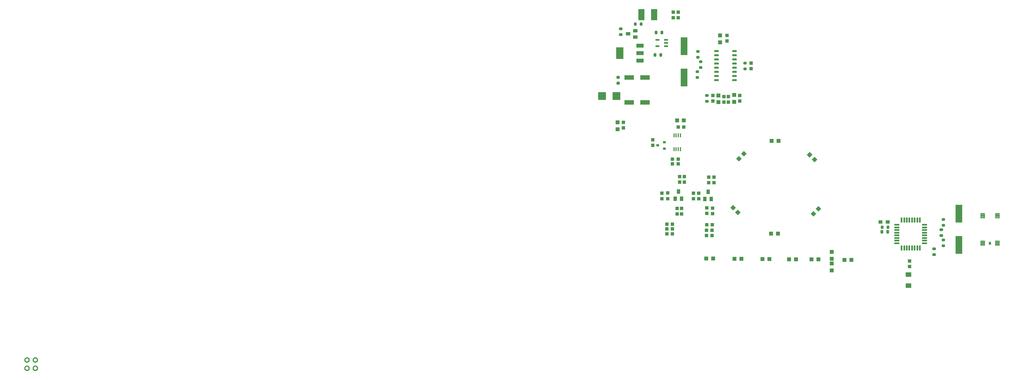
<source format=gbr>
G04 EAGLE Gerber RS-274X export*
G75*
%MOMM*%
%FSLAX34Y34*%
%LPD*%
%INSolderpaste Top*%
%IPPOS*%
%AMOC8*
5,1,8,0,0,1.08239X$1,22.5*%
G01*
%ADD10C,0.304800*%
%ADD11C,0.718719*%
%ADD12R,3.000000X1.400000*%
%ADD13R,1.200000X1.200000*%
%ADD14R,2.400000X2.400000*%
%ADD15R,2.235200X1.219200*%
%ADD16R,2.200000X3.600000*%
%ADD17R,1.900000X3.400000*%
%ADD18R,0.889000X0.787400*%
%ADD19R,0.300000X1.200000*%
%ADD20C,0.210000*%
%ADD21R,0.762000X0.889000*%
%ADD22R,1.800000X1.400000*%
%ADD23R,1.200000X1.000000*%
%ADD24C,0.155000*%
%ADD25R,1.100000X1.000000*%
%ADD26R,1.400000X1.000000*%
%ADD27R,2.000000X5.500000*%
%ADD28R,1.000000X1.100000*%
%ADD29R,1.000000X1.400000*%
%ADD30R,1.200000X0.550000*%
%ADD31R,1.200000X1.200000*%
%ADD32R,1.500000X0.600000*%
%ADD33R,0.600000X1.500000*%


D10*
X176276Y424180D02*
X176278Y424342D01*
X176284Y424504D01*
X176294Y424666D01*
X176308Y424827D01*
X176326Y424988D01*
X176347Y425149D01*
X176373Y425309D01*
X176403Y425468D01*
X176436Y425627D01*
X176474Y425785D01*
X176515Y425941D01*
X176560Y426097D01*
X176609Y426252D01*
X176662Y426405D01*
X176719Y426557D01*
X176779Y426707D01*
X176843Y426856D01*
X176910Y427004D01*
X176981Y427149D01*
X177056Y427293D01*
X177134Y427435D01*
X177216Y427575D01*
X177301Y427713D01*
X177389Y427849D01*
X177481Y427983D01*
X177576Y428114D01*
X177674Y428243D01*
X177775Y428370D01*
X177879Y428494D01*
X177987Y428615D01*
X178097Y428734D01*
X178210Y428850D01*
X178326Y428963D01*
X178445Y429073D01*
X178566Y429181D01*
X178690Y429285D01*
X178817Y429386D01*
X178946Y429484D01*
X179077Y429579D01*
X179211Y429671D01*
X179347Y429759D01*
X179485Y429844D01*
X179625Y429926D01*
X179767Y430004D01*
X179911Y430079D01*
X180056Y430150D01*
X180204Y430217D01*
X180353Y430281D01*
X180503Y430341D01*
X180655Y430398D01*
X180808Y430451D01*
X180963Y430500D01*
X181119Y430545D01*
X181275Y430586D01*
X181433Y430624D01*
X181592Y430657D01*
X181751Y430687D01*
X181911Y430713D01*
X182072Y430734D01*
X182233Y430752D01*
X182394Y430766D01*
X182556Y430776D01*
X182718Y430782D01*
X182880Y430784D01*
X183042Y430782D01*
X183204Y430776D01*
X183366Y430766D01*
X183527Y430752D01*
X183688Y430734D01*
X183849Y430713D01*
X184009Y430687D01*
X184168Y430657D01*
X184327Y430624D01*
X184485Y430586D01*
X184641Y430545D01*
X184797Y430500D01*
X184952Y430451D01*
X185105Y430398D01*
X185257Y430341D01*
X185407Y430281D01*
X185556Y430217D01*
X185704Y430150D01*
X185849Y430079D01*
X185993Y430004D01*
X186135Y429926D01*
X186275Y429844D01*
X186413Y429759D01*
X186549Y429671D01*
X186683Y429579D01*
X186814Y429484D01*
X186943Y429386D01*
X187070Y429285D01*
X187194Y429181D01*
X187315Y429073D01*
X187434Y428963D01*
X187550Y428850D01*
X187663Y428734D01*
X187773Y428615D01*
X187881Y428494D01*
X187985Y428370D01*
X188086Y428243D01*
X188184Y428114D01*
X188279Y427983D01*
X188371Y427849D01*
X188459Y427713D01*
X188544Y427575D01*
X188626Y427435D01*
X188704Y427293D01*
X188779Y427149D01*
X188850Y427004D01*
X188917Y426856D01*
X188981Y426707D01*
X189041Y426557D01*
X189098Y426405D01*
X189151Y426252D01*
X189200Y426097D01*
X189245Y425941D01*
X189286Y425785D01*
X189324Y425627D01*
X189357Y425468D01*
X189387Y425309D01*
X189413Y425149D01*
X189434Y424988D01*
X189452Y424827D01*
X189466Y424666D01*
X189476Y424504D01*
X189482Y424342D01*
X189484Y424180D01*
X189482Y424018D01*
X189476Y423856D01*
X189466Y423694D01*
X189452Y423533D01*
X189434Y423372D01*
X189413Y423211D01*
X189387Y423051D01*
X189357Y422892D01*
X189324Y422733D01*
X189286Y422575D01*
X189245Y422419D01*
X189200Y422263D01*
X189151Y422108D01*
X189098Y421955D01*
X189041Y421803D01*
X188981Y421653D01*
X188917Y421504D01*
X188850Y421356D01*
X188779Y421211D01*
X188704Y421067D01*
X188626Y420925D01*
X188544Y420785D01*
X188459Y420647D01*
X188371Y420511D01*
X188279Y420377D01*
X188184Y420246D01*
X188086Y420117D01*
X187985Y419990D01*
X187881Y419866D01*
X187773Y419745D01*
X187663Y419626D01*
X187550Y419510D01*
X187434Y419397D01*
X187315Y419287D01*
X187194Y419179D01*
X187070Y419075D01*
X186943Y418974D01*
X186814Y418876D01*
X186683Y418781D01*
X186549Y418689D01*
X186413Y418601D01*
X186275Y418516D01*
X186135Y418434D01*
X185993Y418356D01*
X185849Y418281D01*
X185704Y418210D01*
X185556Y418143D01*
X185407Y418079D01*
X185257Y418019D01*
X185105Y417962D01*
X184952Y417909D01*
X184797Y417860D01*
X184641Y417815D01*
X184485Y417774D01*
X184327Y417736D01*
X184168Y417703D01*
X184009Y417673D01*
X183849Y417647D01*
X183688Y417626D01*
X183527Y417608D01*
X183366Y417594D01*
X183204Y417584D01*
X183042Y417578D01*
X182880Y417576D01*
X182718Y417578D01*
X182556Y417584D01*
X182394Y417594D01*
X182233Y417608D01*
X182072Y417626D01*
X181911Y417647D01*
X181751Y417673D01*
X181592Y417703D01*
X181433Y417736D01*
X181275Y417774D01*
X181119Y417815D01*
X180963Y417860D01*
X180808Y417909D01*
X180655Y417962D01*
X180503Y418019D01*
X180353Y418079D01*
X180204Y418143D01*
X180056Y418210D01*
X179911Y418281D01*
X179767Y418356D01*
X179625Y418434D01*
X179485Y418516D01*
X179347Y418601D01*
X179211Y418689D01*
X179077Y418781D01*
X178946Y418876D01*
X178817Y418974D01*
X178690Y419075D01*
X178566Y419179D01*
X178445Y419287D01*
X178326Y419397D01*
X178210Y419510D01*
X178097Y419626D01*
X177987Y419745D01*
X177879Y419866D01*
X177775Y419990D01*
X177674Y420117D01*
X177576Y420246D01*
X177481Y420377D01*
X177389Y420511D01*
X177301Y420647D01*
X177216Y420785D01*
X177134Y420925D01*
X177056Y421067D01*
X176981Y421211D01*
X176910Y421356D01*
X176843Y421504D01*
X176779Y421653D01*
X176719Y421803D01*
X176662Y421955D01*
X176609Y422108D01*
X176560Y422263D01*
X176515Y422419D01*
X176474Y422575D01*
X176436Y422733D01*
X176403Y422892D01*
X176373Y423051D01*
X176347Y423211D01*
X176326Y423372D01*
X176308Y423533D01*
X176294Y423694D01*
X176284Y423856D01*
X176278Y424018D01*
X176276Y424180D01*
X201676Y424180D02*
X201678Y424342D01*
X201684Y424504D01*
X201694Y424666D01*
X201708Y424827D01*
X201726Y424988D01*
X201747Y425149D01*
X201773Y425309D01*
X201803Y425468D01*
X201836Y425627D01*
X201874Y425785D01*
X201915Y425941D01*
X201960Y426097D01*
X202009Y426252D01*
X202062Y426405D01*
X202119Y426557D01*
X202179Y426707D01*
X202243Y426856D01*
X202310Y427004D01*
X202381Y427149D01*
X202456Y427293D01*
X202534Y427435D01*
X202616Y427575D01*
X202701Y427713D01*
X202789Y427849D01*
X202881Y427983D01*
X202976Y428114D01*
X203074Y428243D01*
X203175Y428370D01*
X203279Y428494D01*
X203387Y428615D01*
X203497Y428734D01*
X203610Y428850D01*
X203726Y428963D01*
X203845Y429073D01*
X203966Y429181D01*
X204090Y429285D01*
X204217Y429386D01*
X204346Y429484D01*
X204477Y429579D01*
X204611Y429671D01*
X204747Y429759D01*
X204885Y429844D01*
X205025Y429926D01*
X205167Y430004D01*
X205311Y430079D01*
X205456Y430150D01*
X205604Y430217D01*
X205753Y430281D01*
X205903Y430341D01*
X206055Y430398D01*
X206208Y430451D01*
X206363Y430500D01*
X206519Y430545D01*
X206675Y430586D01*
X206833Y430624D01*
X206992Y430657D01*
X207151Y430687D01*
X207311Y430713D01*
X207472Y430734D01*
X207633Y430752D01*
X207794Y430766D01*
X207956Y430776D01*
X208118Y430782D01*
X208280Y430784D01*
X208442Y430782D01*
X208604Y430776D01*
X208766Y430766D01*
X208927Y430752D01*
X209088Y430734D01*
X209249Y430713D01*
X209409Y430687D01*
X209568Y430657D01*
X209727Y430624D01*
X209885Y430586D01*
X210041Y430545D01*
X210197Y430500D01*
X210352Y430451D01*
X210505Y430398D01*
X210657Y430341D01*
X210807Y430281D01*
X210956Y430217D01*
X211104Y430150D01*
X211249Y430079D01*
X211393Y430004D01*
X211535Y429926D01*
X211675Y429844D01*
X211813Y429759D01*
X211949Y429671D01*
X212083Y429579D01*
X212214Y429484D01*
X212343Y429386D01*
X212470Y429285D01*
X212594Y429181D01*
X212715Y429073D01*
X212834Y428963D01*
X212950Y428850D01*
X213063Y428734D01*
X213173Y428615D01*
X213281Y428494D01*
X213385Y428370D01*
X213486Y428243D01*
X213584Y428114D01*
X213679Y427983D01*
X213771Y427849D01*
X213859Y427713D01*
X213944Y427575D01*
X214026Y427435D01*
X214104Y427293D01*
X214179Y427149D01*
X214250Y427004D01*
X214317Y426856D01*
X214381Y426707D01*
X214441Y426557D01*
X214498Y426405D01*
X214551Y426252D01*
X214600Y426097D01*
X214645Y425941D01*
X214686Y425785D01*
X214724Y425627D01*
X214757Y425468D01*
X214787Y425309D01*
X214813Y425149D01*
X214834Y424988D01*
X214852Y424827D01*
X214866Y424666D01*
X214876Y424504D01*
X214882Y424342D01*
X214884Y424180D01*
X214882Y424018D01*
X214876Y423856D01*
X214866Y423694D01*
X214852Y423533D01*
X214834Y423372D01*
X214813Y423211D01*
X214787Y423051D01*
X214757Y422892D01*
X214724Y422733D01*
X214686Y422575D01*
X214645Y422419D01*
X214600Y422263D01*
X214551Y422108D01*
X214498Y421955D01*
X214441Y421803D01*
X214381Y421653D01*
X214317Y421504D01*
X214250Y421356D01*
X214179Y421211D01*
X214104Y421067D01*
X214026Y420925D01*
X213944Y420785D01*
X213859Y420647D01*
X213771Y420511D01*
X213679Y420377D01*
X213584Y420246D01*
X213486Y420117D01*
X213385Y419990D01*
X213281Y419866D01*
X213173Y419745D01*
X213063Y419626D01*
X212950Y419510D01*
X212834Y419397D01*
X212715Y419287D01*
X212594Y419179D01*
X212470Y419075D01*
X212343Y418974D01*
X212214Y418876D01*
X212083Y418781D01*
X211949Y418689D01*
X211813Y418601D01*
X211675Y418516D01*
X211535Y418434D01*
X211393Y418356D01*
X211249Y418281D01*
X211104Y418210D01*
X210956Y418143D01*
X210807Y418079D01*
X210657Y418019D01*
X210505Y417962D01*
X210352Y417909D01*
X210197Y417860D01*
X210041Y417815D01*
X209885Y417774D01*
X209727Y417736D01*
X209568Y417703D01*
X209409Y417673D01*
X209249Y417647D01*
X209088Y417626D01*
X208927Y417608D01*
X208766Y417594D01*
X208604Y417584D01*
X208442Y417578D01*
X208280Y417576D01*
X208118Y417578D01*
X207956Y417584D01*
X207794Y417594D01*
X207633Y417608D01*
X207472Y417626D01*
X207311Y417647D01*
X207151Y417673D01*
X206992Y417703D01*
X206833Y417736D01*
X206675Y417774D01*
X206519Y417815D01*
X206363Y417860D01*
X206208Y417909D01*
X206055Y417962D01*
X205903Y418019D01*
X205753Y418079D01*
X205604Y418143D01*
X205456Y418210D01*
X205311Y418281D01*
X205167Y418356D01*
X205025Y418434D01*
X204885Y418516D01*
X204747Y418601D01*
X204611Y418689D01*
X204477Y418781D01*
X204346Y418876D01*
X204217Y418974D01*
X204090Y419075D01*
X203966Y419179D01*
X203845Y419287D01*
X203726Y419397D01*
X203610Y419510D01*
X203497Y419626D01*
X203387Y419745D01*
X203279Y419866D01*
X203175Y419990D01*
X203074Y420117D01*
X202976Y420246D01*
X202881Y420377D01*
X202789Y420511D01*
X202701Y420647D01*
X202616Y420785D01*
X202534Y420925D01*
X202456Y421067D01*
X202381Y421211D01*
X202310Y421356D01*
X202243Y421504D01*
X202179Y421653D01*
X202119Y421803D01*
X202062Y421955D01*
X202009Y422108D01*
X201960Y422263D01*
X201915Y422419D01*
X201874Y422575D01*
X201836Y422733D01*
X201803Y422892D01*
X201773Y423051D01*
X201747Y423211D01*
X201726Y423372D01*
X201708Y423533D01*
X201694Y423694D01*
X201684Y423856D01*
X201678Y424018D01*
X201676Y424180D01*
X201676Y398780D02*
X201678Y398942D01*
X201684Y399104D01*
X201694Y399266D01*
X201708Y399427D01*
X201726Y399588D01*
X201747Y399749D01*
X201773Y399909D01*
X201803Y400068D01*
X201836Y400227D01*
X201874Y400385D01*
X201915Y400541D01*
X201960Y400697D01*
X202009Y400852D01*
X202062Y401005D01*
X202119Y401157D01*
X202179Y401307D01*
X202243Y401456D01*
X202310Y401604D01*
X202381Y401749D01*
X202456Y401893D01*
X202534Y402035D01*
X202616Y402175D01*
X202701Y402313D01*
X202789Y402449D01*
X202881Y402583D01*
X202976Y402714D01*
X203074Y402843D01*
X203175Y402970D01*
X203279Y403094D01*
X203387Y403215D01*
X203497Y403334D01*
X203610Y403450D01*
X203726Y403563D01*
X203845Y403673D01*
X203966Y403781D01*
X204090Y403885D01*
X204217Y403986D01*
X204346Y404084D01*
X204477Y404179D01*
X204611Y404271D01*
X204747Y404359D01*
X204885Y404444D01*
X205025Y404526D01*
X205167Y404604D01*
X205311Y404679D01*
X205456Y404750D01*
X205604Y404817D01*
X205753Y404881D01*
X205903Y404941D01*
X206055Y404998D01*
X206208Y405051D01*
X206363Y405100D01*
X206519Y405145D01*
X206675Y405186D01*
X206833Y405224D01*
X206992Y405257D01*
X207151Y405287D01*
X207311Y405313D01*
X207472Y405334D01*
X207633Y405352D01*
X207794Y405366D01*
X207956Y405376D01*
X208118Y405382D01*
X208280Y405384D01*
X208442Y405382D01*
X208604Y405376D01*
X208766Y405366D01*
X208927Y405352D01*
X209088Y405334D01*
X209249Y405313D01*
X209409Y405287D01*
X209568Y405257D01*
X209727Y405224D01*
X209885Y405186D01*
X210041Y405145D01*
X210197Y405100D01*
X210352Y405051D01*
X210505Y404998D01*
X210657Y404941D01*
X210807Y404881D01*
X210956Y404817D01*
X211104Y404750D01*
X211249Y404679D01*
X211393Y404604D01*
X211535Y404526D01*
X211675Y404444D01*
X211813Y404359D01*
X211949Y404271D01*
X212083Y404179D01*
X212214Y404084D01*
X212343Y403986D01*
X212470Y403885D01*
X212594Y403781D01*
X212715Y403673D01*
X212834Y403563D01*
X212950Y403450D01*
X213063Y403334D01*
X213173Y403215D01*
X213281Y403094D01*
X213385Y402970D01*
X213486Y402843D01*
X213584Y402714D01*
X213679Y402583D01*
X213771Y402449D01*
X213859Y402313D01*
X213944Y402175D01*
X214026Y402035D01*
X214104Y401893D01*
X214179Y401749D01*
X214250Y401604D01*
X214317Y401456D01*
X214381Y401307D01*
X214441Y401157D01*
X214498Y401005D01*
X214551Y400852D01*
X214600Y400697D01*
X214645Y400541D01*
X214686Y400385D01*
X214724Y400227D01*
X214757Y400068D01*
X214787Y399909D01*
X214813Y399749D01*
X214834Y399588D01*
X214852Y399427D01*
X214866Y399266D01*
X214876Y399104D01*
X214882Y398942D01*
X214884Y398780D01*
X214882Y398618D01*
X214876Y398456D01*
X214866Y398294D01*
X214852Y398133D01*
X214834Y397972D01*
X214813Y397811D01*
X214787Y397651D01*
X214757Y397492D01*
X214724Y397333D01*
X214686Y397175D01*
X214645Y397019D01*
X214600Y396863D01*
X214551Y396708D01*
X214498Y396555D01*
X214441Y396403D01*
X214381Y396253D01*
X214317Y396104D01*
X214250Y395956D01*
X214179Y395811D01*
X214104Y395667D01*
X214026Y395525D01*
X213944Y395385D01*
X213859Y395247D01*
X213771Y395111D01*
X213679Y394977D01*
X213584Y394846D01*
X213486Y394717D01*
X213385Y394590D01*
X213281Y394466D01*
X213173Y394345D01*
X213063Y394226D01*
X212950Y394110D01*
X212834Y393997D01*
X212715Y393887D01*
X212594Y393779D01*
X212470Y393675D01*
X212343Y393574D01*
X212214Y393476D01*
X212083Y393381D01*
X211949Y393289D01*
X211813Y393201D01*
X211675Y393116D01*
X211535Y393034D01*
X211393Y392956D01*
X211249Y392881D01*
X211104Y392810D01*
X210956Y392743D01*
X210807Y392679D01*
X210657Y392619D01*
X210505Y392562D01*
X210352Y392509D01*
X210197Y392460D01*
X210041Y392415D01*
X209885Y392374D01*
X209727Y392336D01*
X209568Y392303D01*
X209409Y392273D01*
X209249Y392247D01*
X209088Y392226D01*
X208927Y392208D01*
X208766Y392194D01*
X208604Y392184D01*
X208442Y392178D01*
X208280Y392176D01*
X208118Y392178D01*
X207956Y392184D01*
X207794Y392194D01*
X207633Y392208D01*
X207472Y392226D01*
X207311Y392247D01*
X207151Y392273D01*
X206992Y392303D01*
X206833Y392336D01*
X206675Y392374D01*
X206519Y392415D01*
X206363Y392460D01*
X206208Y392509D01*
X206055Y392562D01*
X205903Y392619D01*
X205753Y392679D01*
X205604Y392743D01*
X205456Y392810D01*
X205311Y392881D01*
X205167Y392956D01*
X205025Y393034D01*
X204885Y393116D01*
X204747Y393201D01*
X204611Y393289D01*
X204477Y393381D01*
X204346Y393476D01*
X204217Y393574D01*
X204090Y393675D01*
X203966Y393779D01*
X203845Y393887D01*
X203726Y393997D01*
X203610Y394110D01*
X203497Y394226D01*
X203387Y394345D01*
X203279Y394466D01*
X203175Y394590D01*
X203074Y394717D01*
X202976Y394846D01*
X202881Y394977D01*
X202789Y395111D01*
X202701Y395247D01*
X202616Y395385D01*
X202534Y395525D01*
X202456Y395667D01*
X202381Y395811D01*
X202310Y395956D01*
X202243Y396104D01*
X202179Y396253D01*
X202119Y396403D01*
X202062Y396555D01*
X202009Y396708D01*
X201960Y396863D01*
X201915Y397019D01*
X201874Y397175D01*
X201836Y397333D01*
X201803Y397492D01*
X201773Y397651D01*
X201747Y397811D01*
X201726Y397972D01*
X201708Y398133D01*
X201694Y398294D01*
X201684Y398456D01*
X201678Y398618D01*
X201676Y398780D01*
X176276Y398780D02*
X176278Y398942D01*
X176284Y399104D01*
X176294Y399266D01*
X176308Y399427D01*
X176326Y399588D01*
X176347Y399749D01*
X176373Y399909D01*
X176403Y400068D01*
X176436Y400227D01*
X176474Y400385D01*
X176515Y400541D01*
X176560Y400697D01*
X176609Y400852D01*
X176662Y401005D01*
X176719Y401157D01*
X176779Y401307D01*
X176843Y401456D01*
X176910Y401604D01*
X176981Y401749D01*
X177056Y401893D01*
X177134Y402035D01*
X177216Y402175D01*
X177301Y402313D01*
X177389Y402449D01*
X177481Y402583D01*
X177576Y402714D01*
X177674Y402843D01*
X177775Y402970D01*
X177879Y403094D01*
X177987Y403215D01*
X178097Y403334D01*
X178210Y403450D01*
X178326Y403563D01*
X178445Y403673D01*
X178566Y403781D01*
X178690Y403885D01*
X178817Y403986D01*
X178946Y404084D01*
X179077Y404179D01*
X179211Y404271D01*
X179347Y404359D01*
X179485Y404444D01*
X179625Y404526D01*
X179767Y404604D01*
X179911Y404679D01*
X180056Y404750D01*
X180204Y404817D01*
X180353Y404881D01*
X180503Y404941D01*
X180655Y404998D01*
X180808Y405051D01*
X180963Y405100D01*
X181119Y405145D01*
X181275Y405186D01*
X181433Y405224D01*
X181592Y405257D01*
X181751Y405287D01*
X181911Y405313D01*
X182072Y405334D01*
X182233Y405352D01*
X182394Y405366D01*
X182556Y405376D01*
X182718Y405382D01*
X182880Y405384D01*
X183042Y405382D01*
X183204Y405376D01*
X183366Y405366D01*
X183527Y405352D01*
X183688Y405334D01*
X183849Y405313D01*
X184009Y405287D01*
X184168Y405257D01*
X184327Y405224D01*
X184485Y405186D01*
X184641Y405145D01*
X184797Y405100D01*
X184952Y405051D01*
X185105Y404998D01*
X185257Y404941D01*
X185407Y404881D01*
X185556Y404817D01*
X185704Y404750D01*
X185849Y404679D01*
X185993Y404604D01*
X186135Y404526D01*
X186275Y404444D01*
X186413Y404359D01*
X186549Y404271D01*
X186683Y404179D01*
X186814Y404084D01*
X186943Y403986D01*
X187070Y403885D01*
X187194Y403781D01*
X187315Y403673D01*
X187434Y403563D01*
X187550Y403450D01*
X187663Y403334D01*
X187773Y403215D01*
X187881Y403094D01*
X187985Y402970D01*
X188086Y402843D01*
X188184Y402714D01*
X188279Y402583D01*
X188371Y402449D01*
X188459Y402313D01*
X188544Y402175D01*
X188626Y402035D01*
X188704Y401893D01*
X188779Y401749D01*
X188850Y401604D01*
X188917Y401456D01*
X188981Y401307D01*
X189041Y401157D01*
X189098Y401005D01*
X189151Y400852D01*
X189200Y400697D01*
X189245Y400541D01*
X189286Y400385D01*
X189324Y400227D01*
X189357Y400068D01*
X189387Y399909D01*
X189413Y399749D01*
X189434Y399588D01*
X189452Y399427D01*
X189466Y399266D01*
X189476Y399104D01*
X189482Y398942D01*
X189484Y398780D01*
X189482Y398618D01*
X189476Y398456D01*
X189466Y398294D01*
X189452Y398133D01*
X189434Y397972D01*
X189413Y397811D01*
X189387Y397651D01*
X189357Y397492D01*
X189324Y397333D01*
X189286Y397175D01*
X189245Y397019D01*
X189200Y396863D01*
X189151Y396708D01*
X189098Y396555D01*
X189041Y396403D01*
X188981Y396253D01*
X188917Y396104D01*
X188850Y395956D01*
X188779Y395811D01*
X188704Y395667D01*
X188626Y395525D01*
X188544Y395385D01*
X188459Y395247D01*
X188371Y395111D01*
X188279Y394977D01*
X188184Y394846D01*
X188086Y394717D01*
X187985Y394590D01*
X187881Y394466D01*
X187773Y394345D01*
X187663Y394226D01*
X187550Y394110D01*
X187434Y393997D01*
X187315Y393887D01*
X187194Y393779D01*
X187070Y393675D01*
X186943Y393574D01*
X186814Y393476D01*
X186683Y393381D01*
X186549Y393289D01*
X186413Y393201D01*
X186275Y393116D01*
X186135Y393034D01*
X185993Y392956D01*
X185849Y392881D01*
X185704Y392810D01*
X185556Y392743D01*
X185407Y392679D01*
X185257Y392619D01*
X185105Y392562D01*
X184952Y392509D01*
X184797Y392460D01*
X184641Y392415D01*
X184485Y392374D01*
X184327Y392336D01*
X184168Y392303D01*
X184009Y392273D01*
X183849Y392247D01*
X183688Y392226D01*
X183527Y392208D01*
X183366Y392194D01*
X183204Y392184D01*
X183042Y392178D01*
X182880Y392176D01*
X182718Y392178D01*
X182556Y392184D01*
X182394Y392194D01*
X182233Y392208D01*
X182072Y392226D01*
X181911Y392247D01*
X181751Y392273D01*
X181592Y392303D01*
X181433Y392336D01*
X181275Y392374D01*
X181119Y392415D01*
X180963Y392460D01*
X180808Y392509D01*
X180655Y392562D01*
X180503Y392619D01*
X180353Y392679D01*
X180204Y392743D01*
X180056Y392810D01*
X179911Y392881D01*
X179767Y392956D01*
X179625Y393034D01*
X179485Y393116D01*
X179347Y393201D01*
X179211Y393289D01*
X179077Y393381D01*
X178946Y393476D01*
X178817Y393574D01*
X178690Y393675D01*
X178566Y393779D01*
X178445Y393887D01*
X178326Y393997D01*
X178210Y394110D01*
X178097Y394226D01*
X177987Y394345D01*
X177879Y394466D01*
X177775Y394590D01*
X177674Y394717D01*
X177576Y394846D01*
X177481Y394977D01*
X177389Y395111D01*
X177301Y395247D01*
X177216Y395385D01*
X177134Y395525D01*
X177056Y395667D01*
X176981Y395811D01*
X176910Y395956D01*
X176843Y396104D01*
X176779Y396253D01*
X176719Y396403D01*
X176662Y396555D01*
X176609Y396708D01*
X176560Y396863D01*
X176515Y397019D01*
X176474Y397175D01*
X176436Y397333D01*
X176403Y397492D01*
X176373Y397651D01*
X176347Y397811D01*
X176326Y397972D01*
X176308Y398133D01*
X176294Y398294D01*
X176284Y398456D01*
X176278Y398618D01*
X176276Y398780D01*
D11*
X1987395Y1271971D02*
X1991209Y1271971D01*
X1991209Y1270173D01*
X1987395Y1270173D01*
X1987395Y1271971D01*
X1987395Y1289751D02*
X1991209Y1289751D01*
X1991209Y1287953D01*
X1987395Y1287953D01*
X1987395Y1289751D01*
D12*
X2071106Y1211905D03*
X2023106Y1211905D03*
X2071360Y1288232D03*
X2023360Y1288232D03*
D13*
X1987058Y1130330D03*
X1987058Y1151330D03*
X2343877Y1213898D03*
X2343877Y1234898D03*
X2295973Y1212644D03*
X2295973Y1233644D03*
D14*
X1984301Y1231499D03*
X1940301Y1231499D03*
D15*
X2055791Y1339636D03*
X2055791Y1362750D03*
X2055791Y1385864D03*
D16*
X1993813Y1362750D03*
D11*
X2796393Y818086D02*
X2796393Y814272D01*
X2794595Y814272D01*
X2794595Y818086D01*
X2796393Y818086D01*
X2814173Y818086D02*
X2814173Y814272D01*
X2812375Y814272D01*
X2812375Y818086D01*
X2814173Y818086D01*
D17*
X2059913Y1480677D03*
X2098913Y1480677D03*
D13*
X2169165Y1157102D03*
X2190165Y1157102D03*
D18*
X2130353Y1070962D03*
X2130353Y1090266D03*
X2110033Y1080614D03*
D11*
X2105988Y1424144D02*
X2105988Y1427958D01*
X2105988Y1424144D02*
X2104190Y1424144D01*
X2104190Y1427958D01*
X2105988Y1427958D01*
X2123768Y1427958D02*
X2123768Y1424144D01*
X2121970Y1424144D01*
X2121970Y1427958D01*
X2123768Y1427958D01*
X2374886Y1315883D02*
X2378700Y1315883D01*
X2378700Y1314085D01*
X2374886Y1314085D01*
X2374886Y1315883D01*
X2374886Y1333663D02*
X2378700Y1333663D01*
X2378700Y1331865D01*
X2374886Y1331865D01*
X2374886Y1333663D01*
X2978772Y806066D02*
X2978772Y804268D01*
X2974958Y804268D01*
X2974958Y806066D01*
X2978772Y806066D01*
X2978772Y822048D02*
X2978772Y823846D01*
X2978772Y822048D02*
X2974958Y822048D01*
X2974958Y823846D01*
X2978772Y823846D01*
X2956643Y747597D02*
X2952829Y747597D01*
X2956643Y747597D02*
X2956643Y745799D01*
X2952829Y745799D01*
X2952829Y747597D01*
X2952829Y765377D02*
X2956643Y765377D01*
X2956643Y763579D01*
X2952829Y763579D01*
X2952829Y765377D01*
X2233237Y1287297D02*
X2233237Y1289095D01*
X2233237Y1287297D02*
X2229423Y1287297D01*
X2229423Y1289095D01*
X2233237Y1289095D01*
X2233237Y1305077D02*
X2233237Y1306875D01*
X2233237Y1305077D02*
X2229423Y1305077D01*
X2229423Y1306875D01*
X2233237Y1306875D01*
X2239576Y1320013D02*
X2243390Y1320013D01*
X2243390Y1318215D01*
X2239576Y1318215D01*
X2239576Y1320013D01*
X2239576Y1337793D02*
X2243390Y1337793D01*
X2243390Y1335995D01*
X2239576Y1335995D01*
X2239576Y1337793D01*
X2235015Y1351198D02*
X2231201Y1351198D01*
X2235015Y1351198D02*
X2235015Y1349400D01*
X2231201Y1349400D01*
X2231201Y1351198D01*
X2231201Y1368978D02*
X2235015Y1368978D01*
X2235015Y1367180D01*
X2231201Y1367180D01*
X2231201Y1368978D01*
D19*
X2159989Y1111348D03*
X2166489Y1111348D03*
X2172989Y1111348D03*
X2179489Y1111348D03*
X2179489Y1069098D03*
X2172989Y1069098D03*
X2166489Y1069098D03*
X2159989Y1069098D03*
D20*
X3109086Y788536D02*
X3109086Y774636D01*
X3097186Y774636D01*
X3097186Y788536D01*
X3109086Y788536D01*
X3109086Y776631D02*
X3097186Y776631D01*
X3097186Y778626D02*
X3109086Y778626D01*
X3109086Y780621D02*
X3097186Y780621D01*
X3097186Y782616D02*
X3109086Y782616D01*
X3109086Y784611D02*
X3097186Y784611D01*
X3097186Y786606D02*
X3109086Y786606D01*
X3109086Y858636D02*
X3109086Y872536D01*
X3109086Y858636D02*
X3097186Y858636D01*
X3097186Y872536D01*
X3109086Y872536D01*
X3109086Y860631D02*
X3097186Y860631D01*
X3097186Y862626D02*
X3109086Y862626D01*
X3109086Y864621D02*
X3097186Y864621D01*
X3097186Y866616D02*
X3109086Y866616D01*
X3109086Y868611D02*
X3097186Y868611D01*
X3097186Y870606D02*
X3109086Y870606D01*
X3154086Y788536D02*
X3154086Y774636D01*
X3142186Y774636D01*
X3142186Y788536D01*
X3154086Y788536D01*
X3154086Y776631D02*
X3142186Y776631D01*
X3142186Y778626D02*
X3154086Y778626D01*
X3154086Y780621D02*
X3142186Y780621D01*
X3142186Y782616D02*
X3154086Y782616D01*
X3154086Y784611D02*
X3142186Y784611D01*
X3142186Y786606D02*
X3154086Y786606D01*
X3154086Y858636D02*
X3154086Y872536D01*
X3154086Y858636D02*
X3142186Y858636D01*
X3142186Y872536D01*
X3154086Y872536D01*
X3154086Y860631D02*
X3142186Y860631D01*
X3142186Y862626D02*
X3154086Y862626D01*
X3154086Y864621D02*
X3142186Y864621D01*
X3142186Y866616D02*
X3154086Y866616D01*
X3154086Y868611D02*
X3142186Y868611D01*
X3142186Y870606D02*
X3154086Y870606D01*
D21*
X3125636Y781041D03*
D22*
X2876528Y651908D03*
X2876528Y685908D03*
D23*
X2790809Y846536D03*
X2812809Y846536D03*
D11*
X2813102Y832441D02*
X2813102Y828627D01*
X2813102Y832441D02*
X2814900Y832441D01*
X2814900Y828627D01*
X2813102Y828627D01*
X2795322Y828627D02*
X2795322Y832441D01*
X2797120Y832441D01*
X2797120Y828627D01*
X2795322Y828627D01*
D24*
X2295565Y1354139D02*
X2284015Y1354139D01*
X2284015Y1358789D01*
X2295565Y1358789D01*
X2295565Y1354139D01*
X2295565Y1355611D02*
X2284015Y1355611D01*
X2284015Y1357083D02*
X2295565Y1357083D01*
X2295565Y1358555D02*
X2284015Y1358555D01*
X2339015Y1328739D02*
X2350565Y1328739D01*
X2339015Y1328739D02*
X2339015Y1333389D01*
X2350565Y1333389D01*
X2350565Y1328739D01*
X2350565Y1330211D02*
X2339015Y1330211D01*
X2339015Y1331683D02*
X2350565Y1331683D01*
X2350565Y1333155D02*
X2339015Y1333155D01*
X2295565Y1366839D02*
X2284015Y1366839D01*
X2284015Y1371489D01*
X2295565Y1371489D01*
X2295565Y1366839D01*
X2295565Y1368311D02*
X2284015Y1368311D01*
X2284015Y1369783D02*
X2295565Y1369783D01*
X2295565Y1371255D02*
X2284015Y1371255D01*
X2284015Y1341439D02*
X2295565Y1341439D01*
X2284015Y1341439D02*
X2284015Y1346089D01*
X2295565Y1346089D01*
X2295565Y1341439D01*
X2295565Y1342911D02*
X2284015Y1342911D01*
X2284015Y1344383D02*
X2295565Y1344383D01*
X2295565Y1345855D02*
X2284015Y1345855D01*
X2284015Y1328739D02*
X2295565Y1328739D01*
X2284015Y1328739D02*
X2284015Y1333389D01*
X2295565Y1333389D01*
X2295565Y1328739D01*
X2295565Y1330211D02*
X2284015Y1330211D01*
X2284015Y1331683D02*
X2295565Y1331683D01*
X2295565Y1333155D02*
X2284015Y1333155D01*
X2339015Y1341439D02*
X2350565Y1341439D01*
X2339015Y1341439D02*
X2339015Y1346089D01*
X2350565Y1346089D01*
X2350565Y1341439D01*
X2350565Y1342911D02*
X2339015Y1342911D01*
X2339015Y1344383D02*
X2350565Y1344383D01*
X2350565Y1345855D02*
X2339015Y1345855D01*
X2339015Y1316039D02*
X2350565Y1316039D01*
X2339015Y1316039D02*
X2339015Y1320689D01*
X2350565Y1320689D01*
X2350565Y1316039D01*
X2350565Y1317511D02*
X2339015Y1317511D01*
X2339015Y1318983D02*
X2350565Y1318983D01*
X2350565Y1320455D02*
X2339015Y1320455D01*
X2339015Y1303339D02*
X2350565Y1303339D01*
X2339015Y1303339D02*
X2339015Y1307989D01*
X2350565Y1307989D01*
X2350565Y1303339D01*
X2350565Y1304811D02*
X2339015Y1304811D01*
X2339015Y1306283D02*
X2350565Y1306283D01*
X2350565Y1307755D02*
X2339015Y1307755D01*
X2295565Y1303339D02*
X2284015Y1303339D01*
X2284015Y1307989D01*
X2295565Y1307989D01*
X2295565Y1303339D01*
X2295565Y1304811D02*
X2284015Y1304811D01*
X2284015Y1306283D02*
X2295565Y1306283D01*
X2295565Y1307755D02*
X2284015Y1307755D01*
X2339015Y1277939D02*
X2350565Y1277939D01*
X2339015Y1277939D02*
X2339015Y1282589D01*
X2350565Y1282589D01*
X2350565Y1277939D01*
X2350565Y1279411D02*
X2339015Y1279411D01*
X2339015Y1280883D02*
X2350565Y1280883D01*
X2350565Y1282355D02*
X2339015Y1282355D01*
X2295565Y1316039D02*
X2284015Y1316039D01*
X2284015Y1320689D01*
X2295565Y1320689D01*
X2295565Y1316039D01*
X2295565Y1317511D02*
X2284015Y1317511D01*
X2284015Y1318983D02*
X2295565Y1318983D01*
X2295565Y1320455D02*
X2284015Y1320455D01*
X2284015Y1290639D02*
X2295565Y1290639D01*
X2284015Y1290639D02*
X2284015Y1295289D01*
X2295565Y1295289D01*
X2295565Y1290639D01*
X2295565Y1292111D02*
X2284015Y1292111D01*
X2284015Y1293583D02*
X2295565Y1293583D01*
X2295565Y1295055D02*
X2284015Y1295055D01*
X2339015Y1290639D02*
X2350565Y1290639D01*
X2339015Y1290639D02*
X2339015Y1295289D01*
X2350565Y1295289D01*
X2350565Y1290639D01*
X2350565Y1292111D02*
X2339015Y1292111D01*
X2339015Y1293583D02*
X2350565Y1293583D01*
X2350565Y1295055D02*
X2339015Y1295055D01*
X2295565Y1277939D02*
X2284015Y1277939D01*
X2284015Y1282589D01*
X2295565Y1282589D01*
X2295565Y1277939D01*
X2295565Y1279411D02*
X2284015Y1279411D01*
X2284015Y1280883D02*
X2295565Y1280883D01*
X2295565Y1282355D02*
X2284015Y1282355D01*
X2339015Y1354139D02*
X2350565Y1354139D01*
X2339015Y1354139D02*
X2339015Y1358789D01*
X2350565Y1358789D01*
X2350565Y1354139D01*
X2350565Y1355611D02*
X2339015Y1355611D01*
X2339015Y1357083D02*
X2350565Y1357083D01*
X2350565Y1358555D02*
X2339015Y1358555D01*
X2339015Y1366839D02*
X2350565Y1366839D01*
X2339015Y1366839D02*
X2339015Y1371489D01*
X2350565Y1371489D01*
X2350565Y1366839D01*
X2350565Y1368311D02*
X2339015Y1368311D01*
X2339015Y1369783D02*
X2350565Y1369783D01*
X2350565Y1371255D02*
X2339015Y1371255D01*
D25*
X2312193Y1229625D03*
X2312193Y1212625D03*
X2326447Y1229625D03*
X2326447Y1212625D03*
D11*
X2262470Y1232164D02*
X2258656Y1232164D01*
X2258656Y1233962D01*
X2262470Y1233962D01*
X2262470Y1232164D01*
X2262470Y1214384D02*
X2258656Y1214384D01*
X2258656Y1216182D01*
X2262470Y1216182D01*
X2262470Y1214384D01*
D13*
X2300718Y1395992D03*
X2300718Y1416992D03*
D25*
X2321718Y1416992D03*
X2321718Y1399992D03*
X2172501Y1470903D03*
X2172501Y1487903D03*
X2157501Y1470903D03*
X2157501Y1487903D03*
D26*
X2019333Y1421760D03*
X2041333Y1431260D03*
X2041333Y1412260D03*
D11*
X2058451Y1449869D02*
X2058451Y1453683D01*
X2060249Y1453683D01*
X2060249Y1449869D01*
X2058451Y1449869D01*
X2040671Y1449869D02*
X2040671Y1453683D01*
X2042469Y1453683D01*
X2042469Y1449869D01*
X2040671Y1449869D01*
X1999240Y1436751D02*
X1995426Y1436751D01*
X1995426Y1438549D01*
X1999240Y1438549D01*
X1999240Y1436751D01*
X1999240Y1418971D02*
X1995426Y1418971D01*
X1995426Y1420769D01*
X1999240Y1420769D01*
X1999240Y1418971D01*
D27*
X2190841Y1383783D03*
X2190841Y1288783D03*
X3030155Y871529D03*
X3030155Y776529D03*
D13*
X2680942Y730117D03*
X2701942Y730117D03*
X2580500Y732000D03*
X2601500Y732000D03*
X2511500Y732000D03*
X2532500Y732000D03*
X2430500Y733000D03*
X2451500Y733000D03*
X2344500Y734000D03*
X2365500Y734000D03*
X2258500Y735000D03*
X2279500Y735000D03*
D28*
X2155468Y810063D03*
X2138468Y810063D03*
X2155468Y825063D03*
X2138468Y825063D03*
X2155468Y840063D03*
X2138468Y840063D03*
D29*
X2173317Y939429D03*
X2182817Y917429D03*
X2163817Y917429D03*
D25*
X2140317Y917929D03*
X2140317Y934929D03*
X2123317Y917659D03*
X2123317Y934659D03*
X2191399Y967922D03*
X2191399Y984922D03*
X2183317Y870929D03*
X2183317Y887929D03*
X2177399Y984922D03*
X2177399Y967922D03*
X2169317Y887929D03*
X2169317Y870929D03*
D28*
X2172480Y1023914D03*
X2155480Y1023914D03*
X2155480Y1038295D03*
X2172480Y1038295D03*
D25*
X2395417Y1332720D03*
X2395417Y1315720D03*
X2879793Y727364D03*
X2879793Y710364D03*
X2095265Y1098078D03*
X2095265Y1081078D03*
X2278733Y1233244D03*
X2278733Y1216244D03*
X2360777Y1233593D03*
X2360777Y1216593D03*
X2005298Y1134530D03*
X2005298Y1151530D03*
D28*
X2189708Y1137139D03*
X2172708Y1137139D03*
D11*
X2981232Y774824D02*
X2985046Y774824D01*
X2985046Y773026D01*
X2981232Y773026D01*
X2981232Y774824D01*
X2981232Y792604D02*
X2985046Y792604D01*
X2985046Y790806D01*
X2981232Y790806D01*
X2981232Y792604D01*
X2981073Y853139D02*
X2984887Y853139D01*
X2981073Y853139D02*
X2981073Y854937D01*
X2984887Y854937D01*
X2984887Y853139D01*
X2984887Y835359D02*
X2981073Y835359D01*
X2981073Y837157D01*
X2984887Y837157D01*
X2984887Y835359D01*
X2102580Y1355502D02*
X2102580Y1359316D01*
X2102580Y1355502D02*
X2100782Y1355502D01*
X2100782Y1359316D01*
X2102580Y1359316D01*
X2120360Y1359316D02*
X2120360Y1355502D01*
X2118562Y1355502D01*
X2118562Y1359316D01*
X2120360Y1359316D01*
D30*
X2135649Y1384401D03*
X2135649Y1393901D03*
X2135649Y1403401D03*
X2109649Y1403401D03*
X2109649Y1384401D03*
D31*
G36*
X2586042Y880281D02*
X2594527Y871796D01*
X2586042Y863311D01*
X2577557Y871796D01*
X2586042Y880281D01*
G37*
G36*
X2600892Y895131D02*
X2609377Y886646D01*
X2600892Y878161D01*
X2592407Y886646D01*
X2600892Y895131D01*
G37*
G36*
X2348909Y890710D02*
X2340424Y882225D01*
X2331939Y890710D01*
X2340424Y899195D01*
X2348909Y890710D01*
G37*
G36*
X2363759Y875860D02*
X2355274Y867375D01*
X2346789Y875860D01*
X2355274Y884345D01*
X2363759Y875860D01*
G37*
G36*
X2358458Y1049064D02*
X2366943Y1040579D01*
X2358458Y1032094D01*
X2349973Y1040579D01*
X2358458Y1049064D01*
G37*
G36*
X2373308Y1063914D02*
X2381793Y1055429D01*
X2373308Y1046944D01*
X2364823Y1055429D01*
X2373308Y1063914D01*
G37*
G36*
X2583097Y1052508D02*
X2574612Y1044023D01*
X2566127Y1052508D01*
X2574612Y1060993D01*
X2583097Y1052508D01*
G37*
G36*
X2597947Y1037658D02*
X2589462Y1029173D01*
X2580977Y1037658D01*
X2589462Y1046143D01*
X2597947Y1037658D01*
G37*
D13*
X2456856Y811022D03*
X2477856Y811022D03*
X2458126Y1094613D03*
X2479126Y1094613D03*
D32*
X2925908Y781625D03*
X2925908Y789625D03*
X2925908Y797625D03*
X2925908Y805625D03*
X2925908Y813625D03*
X2925908Y821625D03*
X2925908Y829625D03*
X2925908Y837625D03*
D33*
X2911408Y852125D03*
X2903408Y852125D03*
X2895408Y852125D03*
X2887408Y852125D03*
X2879408Y852125D03*
X2871408Y852125D03*
X2863408Y852125D03*
X2855408Y852125D03*
D32*
X2840908Y837625D03*
X2840908Y829625D03*
X2840908Y821625D03*
X2840908Y813625D03*
X2840908Y805625D03*
X2840908Y797625D03*
X2840908Y789625D03*
X2840908Y781625D03*
D33*
X2855408Y767125D03*
X2863408Y767125D03*
X2871408Y767125D03*
X2879408Y767125D03*
X2887408Y767125D03*
X2895408Y767125D03*
X2903408Y767125D03*
X2911408Y767125D03*
D28*
X2276339Y805307D03*
X2259339Y805307D03*
X2276466Y820928D03*
X2259466Y820928D03*
X2276974Y837565D03*
X2259974Y837565D03*
D29*
X2264029Y938735D03*
X2273529Y916735D03*
X2254529Y916735D03*
D25*
X2235200Y917330D03*
X2235200Y934330D03*
X2219198Y917584D03*
X2219198Y934584D03*
X2265807Y966479D03*
X2265807Y983479D03*
X2278253Y871737D03*
X2278253Y888737D03*
X2282063Y983352D03*
X2282063Y966352D03*
X2259838Y889372D03*
X2259838Y872372D03*
D13*
X2641854Y754974D03*
X2641854Y733974D03*
X2641981Y698668D03*
X2641981Y719668D03*
M02*

</source>
